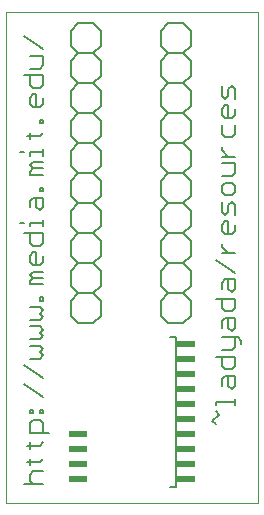
<source format=gto>
G75*
G70*
%OFA0B0*%
%FSLAX24Y24*%
%IPPOS*%
%LPD*%
%AMOC8*
5,1,8,0,0,1.08239X$1,22.5*
%
%ADD10C,0.0000*%
%ADD11C,0.0060*%
%ADD12C,0.0080*%
%ADD13R,0.0598X0.0193*%
%ADD14R,0.0599X0.0193*%
D10*
X000104Y017566D02*
X000104Y001196D01*
X008496Y001196D01*
X008496Y017566D01*
X000104Y017566D01*
D11*
X000681Y016739D02*
X001322Y016312D01*
X001322Y016095D02*
X000895Y016095D01*
X000895Y015668D02*
X001215Y015668D01*
X001322Y015775D01*
X001322Y016095D01*
X001322Y015450D02*
X001322Y015130D01*
X001215Y015023D01*
X001002Y015023D01*
X000895Y015130D01*
X000895Y015450D01*
X000681Y015450D02*
X001322Y015450D01*
X001108Y014806D02*
X001108Y014379D01*
X001002Y014379D02*
X000895Y014486D01*
X000895Y014699D01*
X001002Y014806D01*
X001108Y014806D01*
X001322Y014699D02*
X001322Y014486D01*
X001215Y014379D01*
X001002Y014379D01*
X001215Y013949D02*
X001322Y013949D01*
X001322Y013842D01*
X001215Y013842D01*
X001215Y013949D01*
X001322Y013518D02*
X001215Y013411D01*
X000788Y013411D01*
X000895Y013305D02*
X000895Y013518D01*
X000895Y012874D02*
X001322Y012874D01*
X001322Y012768D02*
X001322Y012981D01*
X001322Y012550D02*
X001002Y012550D01*
X000895Y012443D01*
X001002Y012337D01*
X001322Y012337D01*
X001322Y012123D02*
X000895Y012123D01*
X000895Y012230D01*
X001002Y012337D01*
X000895Y012768D02*
X000895Y012874D01*
X000681Y012874D02*
X000575Y012874D01*
X001215Y011693D02*
X001322Y011693D01*
X001322Y011586D01*
X001215Y011586D01*
X001215Y011693D01*
X001322Y011369D02*
X001322Y011048D01*
X001215Y010941D01*
X001108Y011048D01*
X001108Y011369D01*
X001002Y011369D02*
X001322Y011369D01*
X001002Y011369D02*
X000895Y011262D01*
X000895Y011048D01*
X000895Y010511D02*
X001322Y010511D01*
X001322Y010404D02*
X001322Y010618D01*
X001322Y010187D02*
X001322Y009867D01*
X001215Y009760D01*
X001002Y009760D01*
X000895Y009867D01*
X000895Y010187D01*
X000895Y010404D02*
X000895Y010511D01*
X000681Y010511D02*
X000575Y010511D01*
X000681Y010187D02*
X001322Y010187D01*
X001108Y009542D02*
X001002Y009542D01*
X000895Y009436D01*
X000895Y009222D01*
X001002Y009115D01*
X001215Y009115D01*
X001322Y009222D01*
X001322Y009436D01*
X001108Y009542D02*
X001108Y009115D01*
X001002Y008898D02*
X001322Y008898D01*
X001322Y008684D02*
X001002Y008684D01*
X000895Y008791D01*
X001002Y008898D01*
X001002Y008684D02*
X000895Y008578D01*
X000895Y008471D01*
X001322Y008471D01*
X001322Y008040D02*
X001215Y008040D01*
X001215Y007934D01*
X001322Y007934D01*
X001322Y008040D01*
X001215Y007716D02*
X000895Y007716D01*
X000895Y007289D02*
X001215Y007289D01*
X001322Y007396D01*
X001215Y007503D01*
X001322Y007609D01*
X001215Y007716D01*
X001215Y007072D02*
X000895Y007072D01*
X000895Y006645D02*
X001215Y006645D01*
X001322Y006751D01*
X001215Y006858D01*
X001322Y006965D01*
X001215Y007072D01*
X001215Y006427D02*
X000895Y006427D01*
X000895Y006000D02*
X001215Y006000D01*
X001322Y006107D01*
X001215Y006214D01*
X001322Y006320D01*
X001215Y006427D01*
X000681Y005783D02*
X001322Y005356D01*
X001322Y004711D02*
X000681Y005138D01*
X000895Y004281D02*
X001002Y004281D01*
X001002Y004174D01*
X000895Y004174D01*
X000895Y004281D01*
X001002Y003956D02*
X000895Y003850D01*
X000895Y003529D01*
X001535Y003529D01*
X001322Y003529D02*
X001322Y003850D01*
X001215Y003956D01*
X001002Y003956D01*
X001215Y004174D02*
X001322Y004174D01*
X001322Y004281D01*
X001215Y004281D01*
X001215Y004174D01*
X001322Y003206D02*
X001215Y003099D01*
X000788Y003099D01*
X000895Y002992D02*
X000895Y003206D01*
X000895Y002669D02*
X000895Y002455D01*
X000788Y002562D02*
X001215Y002562D01*
X001322Y002669D01*
X001322Y002238D02*
X001002Y002238D01*
X000895Y002131D01*
X000895Y001918D01*
X001002Y001811D01*
X001322Y001811D02*
X000681Y001811D01*
X002502Y007181D02*
X002252Y007431D01*
X002252Y007931D01*
X002502Y008181D01*
X002252Y008431D01*
X002252Y008931D01*
X002502Y009181D01*
X003002Y009181D01*
X003252Y008931D01*
X003252Y008431D01*
X003002Y008181D01*
X003252Y007931D01*
X003252Y007431D01*
X003002Y007181D01*
X002502Y007181D01*
X002502Y008181D02*
X003002Y008181D01*
X003002Y009181D02*
X003252Y009431D01*
X003252Y009931D01*
X003002Y010181D01*
X003252Y010431D01*
X003252Y010931D01*
X003002Y011181D01*
X003252Y011431D01*
X003252Y011931D01*
X003002Y012181D01*
X002502Y012181D01*
X002252Y011931D01*
X002252Y011431D01*
X002502Y011181D01*
X003002Y011181D01*
X002502Y011181D02*
X002252Y010931D01*
X002252Y010431D01*
X002502Y010181D01*
X003002Y010181D01*
X002502Y010181D02*
X002252Y009931D01*
X002252Y009431D01*
X002502Y009181D01*
X002502Y012181D02*
X002252Y012431D01*
X002252Y012931D01*
X002502Y013181D01*
X002252Y013431D01*
X002252Y013931D01*
X002502Y014181D01*
X002252Y014431D01*
X002252Y014931D01*
X002502Y015181D01*
X003002Y015181D01*
X003252Y014931D01*
X003252Y014431D01*
X003002Y014181D01*
X003252Y013931D01*
X003252Y013431D01*
X003002Y013181D01*
X003252Y012931D01*
X003252Y012431D01*
X003002Y012181D01*
X003002Y013181D02*
X002502Y013181D01*
X002502Y014181D02*
X003002Y014181D01*
X003002Y015181D02*
X003252Y015431D01*
X003252Y015931D01*
X003002Y016181D01*
X003252Y016431D01*
X003252Y016931D01*
X003002Y017181D01*
X002502Y017181D01*
X002252Y016931D01*
X002252Y016431D01*
X002502Y016181D01*
X003002Y016181D01*
X002502Y016181D02*
X002252Y015931D01*
X002252Y015431D01*
X002502Y015181D01*
X005252Y015431D02*
X005252Y015931D01*
X005502Y016181D01*
X005252Y016431D01*
X005252Y016931D01*
X005502Y017181D01*
X006002Y017181D01*
X006252Y016931D01*
X006252Y016431D01*
X006002Y016181D01*
X006252Y015931D01*
X006252Y015431D01*
X006002Y015181D01*
X006252Y014931D01*
X006252Y014431D01*
X006002Y014181D01*
X006252Y013931D01*
X006252Y013431D01*
X006002Y013181D01*
X006252Y012931D01*
X006252Y012431D01*
X006002Y012181D01*
X006252Y011931D01*
X006252Y011431D01*
X006002Y011181D01*
X006252Y010931D01*
X006252Y010431D01*
X006002Y010181D01*
X006252Y009931D01*
X006252Y009431D01*
X006002Y009181D01*
X006252Y008931D01*
X006252Y008431D01*
X006002Y008181D01*
X006252Y007931D01*
X006252Y007431D01*
X006002Y007181D01*
X005502Y007181D01*
X005252Y007431D01*
X005252Y007931D01*
X005502Y008181D01*
X005252Y008431D01*
X005252Y008931D01*
X005502Y009181D01*
X006002Y009181D01*
X005502Y009181D02*
X005252Y009431D01*
X005252Y009931D01*
X005502Y010181D01*
X005252Y010431D01*
X005252Y010931D01*
X005502Y011181D01*
X005252Y011431D01*
X005252Y011931D01*
X005502Y012181D01*
X006002Y012181D01*
X005502Y012181D02*
X005252Y012431D01*
X005252Y012931D01*
X005502Y013181D01*
X005252Y013431D01*
X005252Y013931D01*
X005502Y014181D01*
X005252Y014431D01*
X005252Y014931D01*
X005502Y015181D01*
X006002Y015181D01*
X005502Y015181D02*
X005252Y015431D01*
X005502Y016181D02*
X006002Y016181D01*
X006002Y014181D02*
X005502Y014181D01*
X005502Y013181D02*
X006002Y013181D01*
X006002Y011181D02*
X005502Y011181D01*
X005502Y010181D02*
X006002Y010181D01*
X006002Y008181D02*
X005502Y008181D01*
X007081Y007998D02*
X007722Y007998D01*
X007722Y007677D01*
X007615Y007571D01*
X007402Y007571D01*
X007295Y007677D01*
X007295Y007998D01*
X007295Y008322D02*
X007295Y008535D01*
X007402Y008642D01*
X007722Y008642D01*
X007722Y008322D01*
X007615Y008215D01*
X007508Y008322D01*
X007508Y008642D01*
X007722Y008860D02*
X007081Y009287D01*
X007295Y009504D02*
X007722Y009504D01*
X007508Y009504D02*
X007295Y009718D01*
X007295Y009824D01*
X007402Y010149D02*
X007295Y010255D01*
X007295Y010469D01*
X007402Y010576D01*
X007508Y010576D01*
X007508Y010149D01*
X007402Y010149D02*
X007615Y010149D01*
X007722Y010255D01*
X007722Y010469D01*
X007722Y010793D02*
X007722Y011113D01*
X007615Y011220D01*
X007508Y011113D01*
X007508Y010900D01*
X007402Y010793D01*
X007295Y010900D01*
X007295Y011220D01*
X007402Y011438D02*
X007295Y011544D01*
X007295Y011758D01*
X007402Y011865D01*
X007615Y011865D01*
X007722Y011758D01*
X007722Y011544D01*
X007615Y011438D01*
X007402Y011438D01*
X007295Y012082D02*
X007615Y012082D01*
X007722Y012189D01*
X007722Y012509D01*
X007295Y012509D01*
X007295Y012727D02*
X007722Y012727D01*
X007508Y012727D02*
X007295Y012940D01*
X007295Y013047D01*
X007402Y013371D02*
X007615Y013371D01*
X007722Y013478D01*
X007722Y013798D01*
X007615Y014016D02*
X007402Y014016D01*
X007295Y014123D01*
X007295Y014336D01*
X007402Y014443D01*
X007508Y014443D01*
X007508Y014016D01*
X007615Y014016D02*
X007722Y014123D01*
X007722Y014336D01*
X007722Y014660D02*
X007722Y014981D01*
X007615Y015087D01*
X007508Y014981D01*
X007508Y014767D01*
X007402Y014660D01*
X007295Y014767D01*
X007295Y015087D01*
X007295Y013798D02*
X007295Y013478D01*
X007402Y013371D01*
X007402Y007353D02*
X007722Y007353D01*
X007722Y007033D01*
X007615Y006926D01*
X007508Y007033D01*
X007508Y007353D01*
X007402Y007353D02*
X007295Y007246D01*
X007295Y007033D01*
X007295Y006708D02*
X007829Y006708D01*
X007935Y006602D01*
X007935Y006495D01*
X007722Y006388D02*
X007722Y006708D01*
X007722Y006388D02*
X007615Y006281D01*
X007295Y006281D01*
X007295Y006064D02*
X007295Y005744D01*
X007402Y005637D01*
X007615Y005637D01*
X007722Y005744D01*
X007722Y006064D01*
X007081Y006064D01*
X007402Y005419D02*
X007295Y005313D01*
X007295Y005099D01*
X007402Y005419D02*
X007722Y005419D01*
X007722Y005099D01*
X007615Y004992D01*
X007508Y005099D01*
X007508Y005419D01*
X007722Y004669D02*
X007722Y004455D01*
X007722Y004562D02*
X007081Y004562D01*
X007081Y004455D01*
X007081Y004238D02*
X007188Y004131D01*
X006975Y003918D01*
X007081Y003811D01*
D12*
X005759Y001736D02*
X005562Y001736D01*
X005759Y001736D02*
X005759Y006726D01*
X005562Y006726D01*
D13*
X006097Y003481D03*
X006097Y002981D03*
X006097Y002481D03*
X006097Y001981D03*
X002507Y001981D03*
X002507Y002481D03*
X002507Y002981D03*
X002507Y003481D03*
D14*
X006097Y003981D03*
X006097Y004481D03*
X006097Y004981D03*
X006097Y005481D03*
X006097Y005981D03*
X006097Y006481D03*
M02*

</source>
